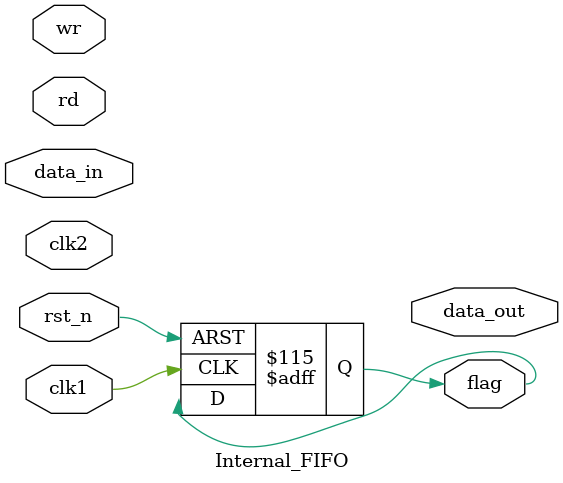
<source format=v>
`timescale 1ns / 1ps
module Internal_FIFO(
	 input rst_n,
    input clk1,
    input [31:0] data_in,
    input wr,
    input clk2,
    input rd,
    output flag,
    output reg [31:0] data_out
    );
	
	//internal fifo memory allocation
	reg  [31:0] memory[9:0];
	reg [3:0] counter;
	
	always @ (negedge clk1 or negedge rst_n)
	begin
		if(!rst_n) begin
			counter <= 4'b0000;
			memory[0] <= 32'h00000000;
			memory[1] <= 32'h00000000;
			memory[2] <= 32'h00000000;
			memory[3] <= 32'h00000000;
			memory[4] <= 32'h00000000;
			memory[5] <= 32'h00000000;
			memory[6] <= 32'h00000000;
			memory[7] <= 32'h00000000;
			memory[8] <= 32'h00000000;
			memory[9] <= 32'h00000000;
			flag <= 0;
		end
		else begin
			if(wr) begin
				memory[counter] <= data_in;
				counter <= counter + 1'b1;
			end
		end
	end
	
	
	

endmodule

</source>
